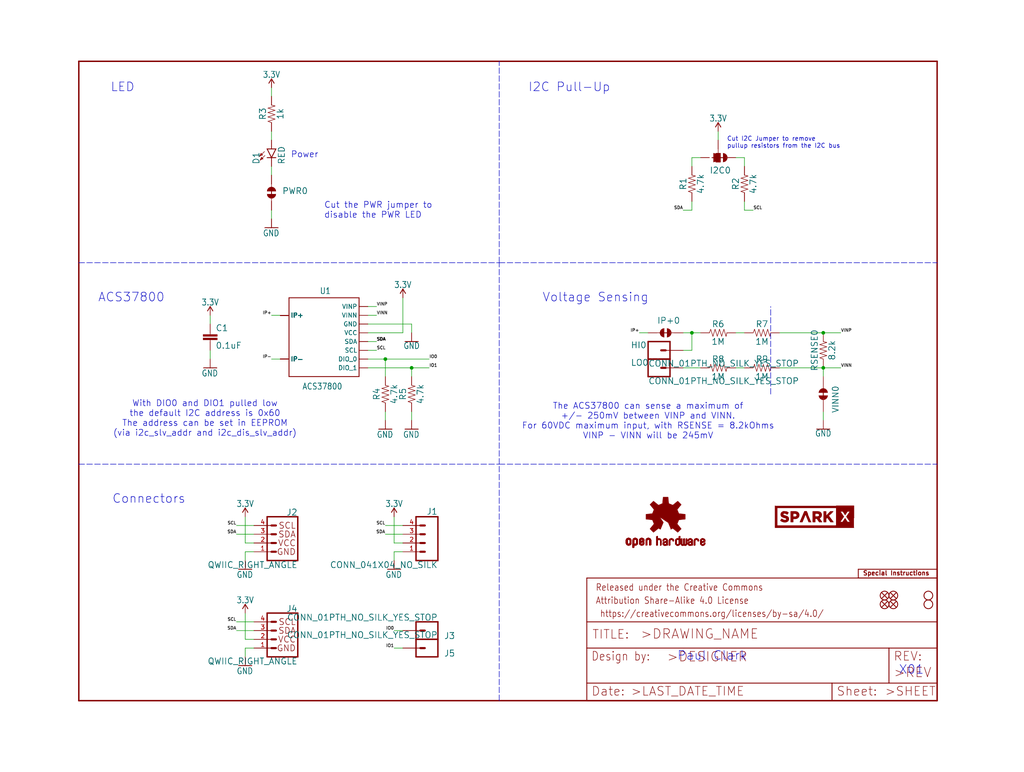
<source format=kicad_sch>
(kicad_sch (version 20211123) (generator eeschema)
  (paper "User" 297.002 223.926)
  (lib_symbols
    (symbol "eagleSchem-eagle-import:0.1UF-0603-25V-(+80{slash}-20%)"
      (property "Reference" "C" (at 1.524 2.921 0))
      (property "Value" "0.1UF-0603-25V-(+80{slash}-20%)" (at 1.524 -2.159 0))
      (symbol "0.1UF-0603-25V-(+80{slash}-20%)_1_0"
        (pin passive line (at 0 5.08 270) (length 2.54) (name "1") (number "1"))
        (pin passive line (at 0 -2.54 90) (length 2.54) (name "2") (number "2"))
      )
    )
    (symbol "eagleSchem-eagle-import:1KOHM-0603-1{slash}10W-1%"
      (property "Reference" "R" (at 0 1.524 0))
      (property "Value" "1KOHM-0603-1{slash}10W-1%" (at 0 -1.524 0))
      (symbol "1KOHM-0603-1{slash}10W-1%_1_0"
        (pin passive line (at -5.08 0 0) (length 2.54) (name "1") (number "1"))
        (pin passive line (at 5.08 0 180) (length 2.54) (name "2") (number "2"))
      )
    )
    (symbol "eagleSchem-eagle-import:1MOHM-0603-1{slash}4W-5%"
      (property "Reference" "R" (at 0 1.524 0))
      (property "Value" "1MOHM-0603-1{slash}4W-5%" (at 0 -1.524 0))
      (symbol "1MOHM-0603-1{slash}4W-5%_1_0"
        (pin passive line (at -5.08 0 0) (length 2.54) (name "1") (number "1"))
        (pin passive line (at 5.08 0 180) (length 2.54) (name "2") (number "2"))
      )
    )
    (symbol "eagleSchem-eagle-import:3.3V" (power)
      (property "Value" "3.3V" (at 0 2.794 0))
      (symbol "3.3V_1_0"
        (pin power_in line (at 0 0 90) (length 2.54) (name "3.3V") (number "1"))
      )
    )
    (symbol "eagleSchem-eagle-import:4.7KOHM-0603-1{slash}10W-1%"
      (property "Reference" "R" (at 0 1.524 0))
      (property "Value" "4.7KOHM-0603-1{slash}10W-1%" (at 0 -1.524 0))
      (symbol "4.7KOHM-0603-1{slash}10W-1%_1_0"
        (pin passive line (at -5.08 0 0) (length 2.54) (name "1") (number "1"))
        (pin passive line (at 5.08 0 180) (length 2.54) (name "2") (number "2"))
      )
    )
    (symbol "eagleSchem-eagle-import:8.2KOHM-0603-1{slash}10W-5%"
      (property "Reference" "R" (at 0 1.524 0))
      (property "Value" "8.2KOHM-0603-1{slash}10W-5%" (at 0 -1.524 0))
      (symbol "8.2KOHM-0603-1{slash}10W-5%_1_0"
        (pin passive line (at -5.08 0 0) (length 2.54) (name "1") (number "1"))
        (pin passive line (at 5.08 0 180) (length 2.54) (name "2") (number "2"))
      )
    )
    (symbol "eagleSchem-eagle-import:ACS37800"
      (property "Value" "ACS37800" (at -5.08 -16.51 0))
      (symbol "ACS37800_1_0"
        (pin bidirectional line (at -12.7 5.08 0) (length 2.54) (name "IP+") (number "1"))
        (pin bidirectional line (at 12.7 -7.62 180) (length 2.54) (name "DIO_0") (number "10"))
        (pin bidirectional line (at 12.7 -5.08 180) (length 2.54) (name "SCL") (number "11"))
        (pin bidirectional line (at 12.7 -2.54 180) (length 2.54) (name "SDA") (number "12"))
        (pin power_in line (at 12.7 0 180) (length 2.54) (name "VCC") (number "13"))
        (pin power_in line (at 12.7 2.54 180) (length 2.54) (name "GND") (number "14"))
        (pin power_in line (at 12.7 5.08 180) (length 2.54) (name "VINN") (number "15"))
        (pin power_in line (at 12.7 7.62 180) (length 2.54) (name "VINP") (number "16"))
        (pin bidirectional line (at -12.7 5.08 0) (length 2.54) (name "IP+") (number "2"))
        (pin bidirectional line (at -12.7 5.08 0) (length 2.54) (name "IP+") (number "3"))
        (pin bidirectional line (at -12.7 5.08 0) (length 2.54) (name "IP+") (number "4"))
        (pin bidirectional line (at -12.7 -7.62 0) (length 2.54) (name "IP-") (number "5"))
        (pin bidirectional line (at -12.7 -7.62 0) (length 2.54) (name "IP-") (number "6"))
        (pin bidirectional line (at -12.7 -7.62 0) (length 2.54) (name "IP-") (number "7"))
        (pin bidirectional line (at -12.7 -7.62 0) (length 2.54) (name "IP-") (number "8"))
        (pin bidirectional line (at 12.7 -10.16 180) (length 2.54) (name "DIO_1") (number "9"))
        (pin bidirectional line (at -12.7 5.08 0) (length 2.54) (name "IP+") (number "CIN1"))
        (pin bidirectional line (at -12.7 5.08 0) (length 2.54) (name "IP+") (number "CIN10"))
        (pin bidirectional line (at -12.7 5.08 0) (length 2.54) (name "IP+") (number "CIN11"))
        (pin bidirectional line (at -12.7 5.08 0) (length 2.54) (name "IP+") (number "CIN12"))
        (pin bidirectional line (at -12.7 5.08 0) (length 2.54) (name "IP+") (number "CIN13"))
        (pin bidirectional line (at -12.7 5.08 0) (length 2.54) (name "IP+") (number "CIN14"))
        (pin bidirectional line (at -12.7 5.08 0) (length 2.54) (name "IP+") (number "CIN15"))
        (pin bidirectional line (at -12.7 5.08 0) (length 2.54) (name "IP+") (number "CIN16"))
        (pin bidirectional line (at -12.7 5.08 0) (length 2.54) (name "IP+") (number "CIN17"))
        (pin bidirectional line (at -12.7 5.08 0) (length 2.54) (name "IP+") (number "CIN18"))
        (pin bidirectional line (at -12.7 5.08 0) (length 2.54) (name "IP+") (number "CIN19"))
        (pin bidirectional line (at -12.7 5.08 0) (length 2.54) (name "IP+") (number "CIN2"))
        (pin bidirectional line (at -12.7 5.08 0) (length 2.54) (name "IP+") (number "CIN20"))
        (pin bidirectional line (at -12.7 5.08 0) (length 2.54) (name "IP+") (number "CIN21"))
        (pin bidirectional line (at -12.7 5.08 0) (length 2.54) (name "IP+") (number "CIN22"))
        (pin bidirectional line (at -12.7 5.08 0) (length 2.54) (name "IP+") (number "CIN23"))
        (pin bidirectional line (at -12.7 5.08 0) (length 2.54) (name "IP+") (number "CIN24"))
        (pin bidirectional line (at -12.7 5.08 0) (length 2.54) (name "IP+") (number "CIN25"))
        (pin bidirectional line (at -12.7 5.08 0) (length 2.54) (name "IP+") (number "CIN26"))
        (pin bidirectional line (at -12.7 5.08 0) (length 2.54) (name "IP+") (number "CIN27"))
        (pin bidirectional line (at -12.7 5.08 0) (length 2.54) (name "IP+") (number "CIN28"))
        (pin bidirectional line (at -12.7 5.08 0) (length 2.54) (name "IP+") (number "CIN29"))
        (pin bidirectional line (at -12.7 5.08 0) (length 2.54) (name "IP+") (number "CIN3"))
        (pin bidirectional line (at -12.7 5.08 0) (length 2.54) (name "IP+") (number "CIN30"))
        (pin bidirectional line (at -12.7 5.08 0) (length 2.54) (name "IP+") (number "CIN31"))
        (pin bidirectional line (at -12.7 5.08 0) (length 2.54) (name "IP+") (number "CIN32"))
        (pin bidirectional line (at -12.7 5.08 0) (length 2.54) (name "IP+") (number "CIN33"))
        (pin bidirectional line (at -12.7 5.08 0) (length 2.54) (name "IP+") (number "CIN34"))
        (pin bidirectional line (at -12.7 5.08 0) (length 2.54) (name "IP+") (number "CIN35"))
        (pin bidirectional line (at -12.7 5.08 0) (length 2.54) (name "IP+") (number "CIN36"))
        (pin bidirectional line (at -12.7 5.08 0) (length 2.54) (name "IP+") (number "CIN4"))
        (pin bidirectional line (at -12.7 5.08 0) (length 2.54) (name "IP+") (number "CIN5"))
        (pin bidirectional line (at -12.7 5.08 0) (length 2.54) (name "IP+") (number "CIN6"))
        (pin bidirectional line (at -12.7 5.08 0) (length 2.54) (name "IP+") (number "CIN7"))
        (pin bidirectional line (at -12.7 5.08 0) (length 2.54) (name "IP+") (number "CIN8"))
        (pin bidirectional line (at -12.7 5.08 0) (length 2.54) (name "IP+") (number "CIN9"))
        (pin bidirectional line (at -12.7 -7.62 0) (length 2.54) (name "IP-") (number "COUT1"))
        (pin bidirectional line (at -12.7 -7.62 0) (length 2.54) (name "IP-") (number "COUT10"))
        (pin bidirectional line (at -12.7 -7.62 0) (length 2.54) (name "IP-") (number "COUT11"))
        (pin bidirectional line (at -12.7 -7.62 0) (length 2.54) (name "IP-") (number "COUT12"))
        (pin bidirectional line (at -12.7 -7.62 0) (length 2.54) (name "IP-") (number "COUT13"))
        (pin bidirectional line (at -12.7 -7.62 0) (length 2.54) (name "IP-") (number "COUT14"))
        (pin bidirectional line (at -12.7 -7.62 0) (length 2.54) (name "IP-") (number "COUT15"))
        (pin bidirectional line (at -12.7 -7.62 0) (length 2.54) (name "IP-") (number "COUT16"))
        (pin bidirectional line (at -12.7 -7.62 0) (length 2.54) (name "IP-") (number "COUT17"))
        (pin bidirectional line (at -12.7 -7.62 0) (length 2.54) (name "IP-") (number "COUT18"))
        (pin bidirectional line (at -12.7 -7.62 0) (length 2.54) (name "IP-") (number "COUT19"))
        (pin bidirectional line (at -12.7 -7.62 0) (length 2.54) (name "IP-") (number "COUT2"))
        (pin bidirectional line (at -12.7 -7.62 0) (length 2.54) (name "IP-") (number "COUT20"))
        (pin bidirectional line (at -12.7 -7.62 0) (length 2.54) (name "IP-") (number "COUT21"))
        (pin bidirectional line (at -12.7 -7.62 0) (length 2.54) (name "IP-") (number "COUT22"))
        (pin bidirectional line (at -12.7 -7.62 0) (length 2.54) (name "IP-") (number "COUT23"))
        (pin bidirectional line (at -12.7 -7.62 0) (length 2.54) (name "IP-") (number "COUT24"))
        (pin bidirectional line (at -12.7 -7.62 0) (length 2.54) (name "IP-") (number "COUT25"))
        (pin bidirectional line (at -12.7 -7.62 0) (length 2.54) (name "IP-") (number "COUT26"))
        (pin bidirectional line (at -12.7 -7.62 0) (length 2.54) (name "IP-") (number "COUT27"))
        (pin bidirectional line (at -12.7 -7.62 0) (length 2.54) (name "IP-") (number "COUT28"))
        (pin bidirectional line (at -12.7 -7.62 0) (length 2.54) (name "IP-") (number "COUT29"))
        (pin bidirectional line (at -12.7 -7.62 0) (length 2.54) (name "IP-") (number "COUT3"))
        (pin bidirectional line (at -12.7 -7.62 0) (length 2.54) (name "IP-") (number "COUT30"))
        (pin bidirectional line (at -12.7 -7.62 0) (length 2.54) (name "IP-") (number "COUT31"))
        (pin bidirectional line (at -12.7 -7.62 0) (length 2.54) (name "IP-") (number "COUT32"))
        (pin bidirectional line (at -12.7 -7.62 0) (length 2.54) (name "IP-") (number "COUT33"))
        (pin bidirectional line (at -12.7 -7.62 0) (length 2.54) (name "IP-") (number "COUT34"))
        (pin bidirectional line (at -12.7 -7.62 0) (length 2.54) (name "IP-") (number "COUT35"))
        (pin bidirectional line (at -12.7 -7.62 0) (length 2.54) (name "IP-") (number "COUT36"))
        (pin bidirectional line (at -12.7 -7.62 0) (length 2.54) (name "IP-") (number "COUT4"))
        (pin bidirectional line (at -12.7 -7.62 0) (length 2.54) (name "IP-") (number "COUT5"))
        (pin bidirectional line (at -12.7 -7.62 0) (length 2.54) (name "IP-") (number "COUT6"))
        (pin bidirectional line (at -12.7 -7.62 0) (length 2.54) (name "IP-") (number "COUT7"))
        (pin bidirectional line (at -12.7 -7.62 0) (length 2.54) (name "IP-") (number "COUT8"))
        (pin bidirectional line (at -12.7 -7.62 0) (length 2.54) (name "IP-") (number "COUT9"))
        (pin bidirectional line (at -12.7 5.08 0) (length 2.54) (name "IP+") (number "C_IN"))
        (pin bidirectional line (at -12.7 5.08 0) (length 2.54) (name "IP+") (number "C_IN_BREAKOUT"))
        (pin bidirectional line (at -12.7 -7.62 0) (length 2.54) (name "IP-") (number "C_OUT"))
        (pin bidirectional line (at -12.7 -7.62 0) (length 2.54) (name "IP-") (number "C_OUT_BREAKOUT"))
      )
    )
    (symbol "eagleSchem-eagle-import:CONN_01PTH_NO_SILK_YES_STOP"
      (property "Reference" "J" (at -2.54 3.048 0))
      (property "Value" "CONN_01PTH_NO_SILK_YES_STOP" (at -2.54 -4.826 0))
      (symbol "CONN_01PTH_NO_SILK_YES_STOP_1_0"
        (pin passive line (at 7.62 0 180) (length 5.08) (name "1") (number "1"))
      )
    )
    (symbol "eagleSchem-eagle-import:CONN_041X04_NO_SILK"
      (property "Reference" "J" (at -5.08 8.128 0))
      (property "Value" "CONN_041X04_NO_SILK" (at -5.08 -7.366 0))
      (symbol "CONN_041X04_NO_SILK_1_0"
        (pin passive line (at 5.08 -2.54 180) (length 5.08) (name "1") (number "1"))
        (pin passive line (at 5.08 0 180) (length 5.08) (name "2") (number "2"))
        (pin passive line (at 5.08 2.54 180) (length 5.08) (name "3") (number "3"))
        (pin passive line (at 5.08 5.08 180) (length 5.08) (name "4") (number "4"))
      )
    )
    (symbol "eagleSchem-eagle-import:FIDUCIALUFIDUCIAL")
    (symbol "eagleSchem-eagle-import:FRAME-LETTER"
      (symbol "FRAME-LETTER_2_0"
        (text " https://creativecommons.org/licenses/by-sa/4.0/" (at 2.54 24.13 0) (effects (font (size 1.9304 1.6408)) (justify left bottom)))
        (text ">DESIGNER" (at 23.114 11.176 0) (effects (font (size 2.7432 2.7432)) (justify left bottom)))
        (text ">DRAWING_NAME" (at 15.494 17.78 0) (effects (font (size 2.7432 2.7432)) (justify left bottom)))
        (text ">LAST_DATE_TIME" (at 12.7 1.27 0) (effects (font (size 2.54 2.54)) (justify left bottom)))
        (text ">REV" (at 88.9 6.604 0) (effects (font (size 2.7432 2.7432)) (justify left bottom)))
        (text ">SHEET" (at 86.36 1.27 0) (effects (font (size 2.54 2.54)) (justify left bottom)))
        (text "Attribution Share-Alike 4.0 License" (at 2.54 27.94 0) (effects (font (size 1.9304 1.6408)) (justify left bottom)))
        (text "Date:" (at 1.27 1.27 0) (effects (font (size 2.54 2.54)) (justify left bottom)))
        (text "Design by:" (at 1.27 11.43 0) (effects (font (size 2.54 2.159)) (justify left bottom)))
        (text "Released under the Creative Commons" (at 2.54 31.75 0) (effects (font (size 1.9304 1.6408)) (justify left bottom)))
        (text "REV:" (at 88.9 11.43 0) (effects (font (size 2.54 2.54)) (justify left bottom)))
        (text "Sheet:" (at 72.39 1.27 0) (effects (font (size 2.54 2.54)) (justify left bottom)))
        (text "TITLE:" (at 1.524 17.78 0) (effects (font (size 2.54 2.54)) (justify left bottom)))
      )
    )
    (symbol "eagleSchem-eagle-import:GND" (power)
      (property "Value" "GND" (at 0 -0.254 0))
      (symbol "GND_1_0"
        (pin power_in line (at 0 2.54 270) (length 2.54) (name "GND") (number "1"))
      )
    )
    (symbol "eagleSchem-eagle-import:JUMPER-SMT_2_NC_TRACE_SILK"
      (property "Reference" "JP" (at -2.54 2.54 0))
      (property "Value" "JUMPER-SMT_2_NC_TRACE_SILK" (at -2.54 -2.54 0))
      (symbol "JUMPER-SMT_2_NC_TRACE_SILK_1_0"
        (pin passive line (at -5.08 0 0) (length 2.54) (name "1") (number "1"))
        (pin passive line (at 5.08 0 180) (length 2.54) (name "2") (number "2"))
      )
    )
    (symbol "eagleSchem-eagle-import:JUMPER-SMT_3_2-NC_TRACE_SILK"
      (property "Reference" "JP" (at 2.54 0.381 0))
      (property "Value" "JUMPER-SMT_3_2-NC_TRACE_SILK" (at 2.54 -0.381 0))
      (symbol "JUMPER-SMT_3_2-NC_TRACE_SILK_1_0"
        (pin passive line (at 0 5.08 270) (length 2.54) (name "1") (number "1"))
        (pin passive line (at -5.08 0 0) (length 2.54) (name "2") (number "2"))
        (pin passive line (at 0 -5.08 90) (length 2.54) (name "3") (number "3"))
      )
    )
    (symbol "eagleSchem-eagle-import:LED-RED0603"
      (property "Reference" "D" (at -3.429 -4.572 90))
      (property "Value" "LED-RED0603" (at 1.905 -4.572 90))
      (symbol "LED-RED0603_1_0"
        (pin passive line (at 0 2.54 270) (length 2.54) (name "A") (number "A"))
        (pin passive line (at 0 -5.08 90) (length 2.54) (name "C") (number "C"))
      )
    )
    (symbol "eagleSchem-eagle-import:OSHW-LOGOS")
    (symbol "eagleSchem-eagle-import:QWIIC_CONNECTORJS-1MM"
      (property "Reference" "J" (at -5.08 7.874 0))
      (property "Value" "QWIIC_CONNECTORJS-1MM" (at -5.08 -5.334 0))
      (symbol "QWIIC_CONNECTORJS-1MM_1_0"
        (text "GND" (at -4.572 -2.54 0) (effects (font (size 1.778 1.778)) (justify left)))
        (text "SCL" (at -4.572 5.08 0) (effects (font (size 1.778 1.778)) (justify left)))
        (text "SDA" (at -4.572 2.54 0) (effects (font (size 1.778 1.778)) (justify left)))
        (text "VCC" (at -4.572 0 0) (effects (font (size 1.778 1.778)) (justify left)))
        (pin power_in line (at 7.62 -2.54 180) (length 5.08) (name "1") (number "1"))
        (pin power_in line (at 7.62 0 180) (length 5.08) (name "2") (number "2"))
        (pin passive line (at 7.62 2.54 180) (length 5.08) (name "3") (number "3"))
        (pin passive line (at 7.62 5.08 180) (length 5.08) (name "4") (number "4"))
      )
    )
    (symbol "eagleSchem-eagle-import:SPARKX-LOGO3")
    (symbol "eagleSchem-eagle-import:SPECIAL_INSTRUCTIONS-ORDERING"
      (symbol "SPECIAL_INSTRUCTIONS-ORDERING_1_0"
        (text "Special Instructions" (at 1.27 0.6985 0) (effects (font (size 1.27 1.27) (thickness 0.254) bold) (justify left bottom)))
      )
    )
    (symbol "eagleSchem-eagle-import:STAND-OFF")
  )
  (junction (at 238.76 96.52))
  (junction (at 200.66 96.52))
  (junction (at 119.38 106.68))
  (junction (at 238.76 106.68))
  (junction (at 111.76 104.14))
  (wire (pts (xy 60.96 93.98) (xy 60.96 91.44)))
  (wire (pts (xy 226.06 106.68) (xy 238.76 106.68)))
  (wire (pts (xy 106.68 96.52) (xy 116.84 96.52)))
  (wire (pts (xy 73.66 152.4) (xy 68.58 152.4)))
  (wire (pts (xy 200.66 96.52) (xy 203.2 96.52)))
  (wire (pts (xy 238.76 106.68) (xy 243.84 106.68)))
  (wire (pts (xy 73.66 154.94) (xy 68.58 154.94)))
  (wire (pts (xy 71.12 187.96) (xy 71.12 190.5)))
  (wire (pts (xy 226.06 96.52) (xy 238.76 96.52)))
  (polyline (pts (xy 223.52 114.3) (xy 223.52 88.9)))
  (wire (pts (xy 238.76 109.22) (xy 238.76 106.68)))
  (wire (pts (xy 198.12 101.6) (xy 200.66 101.6)))
  (wire (pts (xy 73.66 187.96) (xy 71.12 187.96)))
  (wire (pts (xy 114.3 157.48) (xy 114.3 149.86)))
  (wire (pts (xy 111.76 109.22) (xy 111.76 104.14)))
  (polyline (pts (xy 144.78 203.2) (xy 144.78 134.62)))
  (wire (pts (xy 200.66 60.96) (xy 198.12 60.96)))
  (wire (pts (xy 71.12 185.42) (xy 71.12 177.8)))
  (wire (pts (xy 215.9 45.72) (xy 215.9 48.26)))
  (wire (pts (xy 81.28 91.44) (xy 78.74 91.44)))
  (wire (pts (xy 215.9 60.96) (xy 218.44 60.96)))
  (wire (pts (xy 78.74 60.96) (xy 78.74 63.5)))
  (wire (pts (xy 116.84 96.52) (xy 116.84 86.36)))
  (wire (pts (xy 111.76 104.14) (xy 124.46 104.14)))
  (wire (pts (xy 116.84 182.88) (xy 114.3 182.88)))
  (wire (pts (xy 116.84 154.94) (xy 111.76 154.94)))
  (wire (pts (xy 111.76 121.92) (xy 111.76 119.38)))
  (wire (pts (xy 106.68 106.68) (xy 119.38 106.68)))
  (wire (pts (xy 198.12 96.52) (xy 200.66 96.52)))
  (wire (pts (xy 106.68 88.9) (xy 109.22 88.9)))
  (wire (pts (xy 116.84 187.96) (xy 114.3 187.96)))
  (wire (pts (xy 213.36 106.68) (xy 215.9 106.68)))
  (wire (pts (xy 106.68 93.98) (xy 119.38 93.98)))
  (polyline (pts (xy 144.78 76.2) (xy 144.78 17.78)))
  (wire (pts (xy 208.28 38.1) (xy 208.28 40.64)))
  (wire (pts (xy 106.68 91.44) (xy 109.22 91.44)))
  (polyline (pts (xy 22.86 76.2) (xy 144.78 76.2)))
  (wire (pts (xy 119.38 93.98) (xy 119.38 96.52)))
  (polyline (pts (xy 144.78 134.62) (xy 144.78 76.2)))
  (wire (pts (xy 78.74 48.26) (xy 78.74 50.8)))
  (wire (pts (xy 238.76 96.52) (xy 243.84 96.52)))
  (polyline (pts (xy 22.86 134.62) (xy 144.78 134.62)))
  (wire (pts (xy 60.96 101.6) (xy 60.96 104.14)))
  (wire (pts (xy 73.66 182.88) (xy 68.58 182.88)))
  (wire (pts (xy 106.68 101.6) (xy 109.22 101.6)))
  (wire (pts (xy 73.66 157.48) (xy 71.12 157.48)))
  (wire (pts (xy 238.76 119.38) (xy 238.76 121.92)))
  (polyline (pts (xy 144.78 76.2) (xy 271.78 76.2)))
  (wire (pts (xy 119.38 109.22) (xy 119.38 106.68)))
  (wire (pts (xy 116.84 157.48) (xy 114.3 157.48)))
  (wire (pts (xy 200.66 48.26) (xy 200.66 45.72)))
  (wire (pts (xy 71.12 157.48) (xy 71.12 149.86)))
  (polyline (pts (xy 144.78 134.62) (xy 271.78 134.62)))
  (wire (pts (xy 119.38 106.68) (xy 124.46 106.68)))
  (wire (pts (xy 78.74 25.4) (xy 78.74 27.94)))
  (wire (pts (xy 73.66 160.02) (xy 71.12 160.02)))
  (wire (pts (xy 116.84 152.4) (xy 111.76 152.4)))
  (wire (pts (xy 213.36 96.52) (xy 215.9 96.52)))
  (wire (pts (xy 106.68 99.06) (xy 109.22 99.06)))
  (wire (pts (xy 73.66 180.34) (xy 68.58 180.34)))
  (wire (pts (xy 71.12 160.02) (xy 71.12 162.56)))
  (wire (pts (xy 200.66 45.72) (xy 203.2 45.72)))
  (wire (pts (xy 73.66 185.42) (xy 71.12 185.42)))
  (wire (pts (xy 198.12 106.68) (xy 203.2 106.68)))
  (wire (pts (xy 106.68 104.14) (xy 111.76 104.14)))
  (wire (pts (xy 116.84 160.02) (xy 114.3 160.02)))
  (wire (pts (xy 200.66 101.6) (xy 200.66 96.52)))
  (wire (pts (xy 81.28 104.14) (xy 78.74 104.14)))
  (wire (pts (xy 213.36 45.72) (xy 215.9 45.72)))
  (wire (pts (xy 215.9 58.42) (xy 215.9 60.96)))
  (wire (pts (xy 200.66 60.96) (xy 200.66 58.42)))
  (wire (pts (xy 187.96 96.52) (xy 185.42 96.52)))
  (wire (pts (xy 114.3 160.02) (xy 114.3 162.56)))
  (wire (pts (xy 78.74 40.64) (xy 78.74 38.1)))
  (wire (pts (xy 119.38 121.92) (xy 119.38 119.38)))
  (text "With DIO0 and DIO1 pulled low\nthe default I2C address is 0x60\nThe address can be set in EEPROM\n(via i2c_slv_addr and i2c_dis_slv_addr)" (at 59.436 116.078 180) (effects (font (size 1.778 1.778)) (justify top)))
  (text "Paul Clark" (at 196.342 191.77 180) (effects (font (size 2.54 2.54)) (justify left bottom)))
  (text "Voltage Sensing" (at 172.72 86.36 180) (effects (font (size 2.54 2.54))))
  (text "I2C Pull-Up" (at 165.1 25.4 180) (effects (font (size 2.54 2.54))))
  (text "Cut the PWR jumper to\ndisable the PWR LED" (at 93.98 63.5 180) (effects (font (size 1.778 1.778)) (justify left bottom)))
  (text "ACS37800" (at 38.1 86.36 180) (effects (font (size 2.54 2.54))))
  (text "LED" (at 35.56 25.4 180) (effects (font (size 2.54 2.54))))
  (text "X01" (at 260.604 195.834 180) (effects (font (size 2.54 2.54)) (justify left bottom)))
  (text "Power" (at 84.328 45.974 180) (effects (font (size 1.778 1.778)) (justify left bottom)))
  (text "The ACS37800 can sense a maximum of\n+/- 250mV between VINP and VINN.\nFor 60VDC maximum input, with RSENSE = 8.2kOhms\nVINP - VINN will be 245mV" (at 187.96 116.84 180) (effects (font (size 1.778 1.778)) (justify top)))
  (text "Cut I2C Jumper to remove\npullup resistors from the I2C bus" (at 210.82 43.18 180) (effects (font (size 1.27 1.27)) (justify left bottom)))
  (text "Connectors" (at 43.18 144.78 180) (effects (font (size 2.54 2.54))))
  (label "VINN" (at 109.22 91.44 0) (effects (font (size 0.889 0.889))))
  (label "IP-" (at 78.74 104.14 180) (effects (font (size 0.889 0.889))))
  (label "SDA" (at 109.22 99.06 0) (effects (font (size 0.889 0.889))))
  (label "IO1" (at 114.3 187.96 180) (effects (font (size 0.889 0.889))))
  (label "SDA" (at 109.22 99.06 0) (effects (font (size 0.889 0.889))))
  (label "VINN" (at 243.84 106.68 0) (effects (font (size 0.889 0.889))))
  (label "VINP" (at 109.22 88.9 0) (effects (font (size 0.889 0.889))))
  (label "SDA" (at 198.12 60.96 180) (effects (font (size 0.889 0.889))))
  (label "SDA" (at 111.76 154.94 180) (effects (font (size 0.889 0.889))))
  (label "SDA" (at 68.58 182.88 180) (effects (font (size 0.889 0.889))))
  (label "SDA" (at 109.22 99.06 0) (effects (font (size 0.889 0.889))))
  (label "SCL" (at 218.44 60.96 0) (effects (font (size 0.889 0.889))))
  (label "SDA" (at 109.22 99.06 0) (effects (font (size 0.889 0.889))))
  (label "IP+" (at 185.42 96.52 180) (effects (font (size 0.889 0.889))))
  (label "SCL" (at 111.76 152.4 180) (effects (font (size 0.889 0.889))))
  (label "IO1" (at 124.46 106.68 0) (effects (font (size 0.889 0.889))))
  (label "IO0" (at 124.46 104.14 0) (effects (font (size 0.889 0.889))))
  (label "IP+" (at 78.74 91.44 180) (effects (font (size 0.889 0.889))))
  (label "SCL" (at 109.22 101.6 0) (effects (font (size 0.889 0.889))))
  (label "SCL" (at 68.58 152.4 180) (effects (font (size 0.889 0.889))))
  (label "IO0" (at 114.3 182.88 180) (effects (font (size 0.889 0.889))))
  (label "SDA" (at 109.22 99.06 0) (effects (font (size 0.889 0.889))))
  (label "SCL" (at 68.58 180.34 180) (effects (font (size 0.889 0.889))))
  (label "SDA" (at 68.58 154.94 180) (effects (font (size 0.889 0.889))))
  (label "VINP" (at 243.84 96.52 0) (effects (font (size 0.889 0.889))))
  (symbol (lib_id "eagleSchem-eagle-import:3.3V") (at 71.12 149.86 0) (unit 1)
    (property "Reference" "#SUPPLY4" (effects hide))
    (property "Value" "3.3V" (at 71.12 147.066 0) (effects (font (size 1.778 1.5113)) (justify bottom)))
    (property "Footprint" "eagleSchem:" (effects hide))
  )
  (symbol (lib_id "eagleSchem-eagle-import:JUMPER-SMT_3_2-NC_TRACE_SILK") (at 208.28 45.72 270) (unit 1)
    (property "Reference" "I2C0" (at 205.74 50.419 90) (effects (font (size 1.778 1.778)) (justify left bottom)))
    (property "Value" "JUMPER-SMT_3_2-NC_TRACE_SILK" (effects hide))
    (property "Footprint" "eagleSchem:SMT-JUMPER_3_2-NC_TRACE_SILK" (effects hide))
  )
  (symbol (lib_id "eagleSchem-eagle-import:QWIIC_CONNECTORJS-1MM") (at 81.28 157.48 0) (mirror y) (unit 1)
    (property "Reference" "J2" (at 86.36 149.606 0) (effects (font (size 1.778 1.778)) (justify left bottom)))
    (property "Value" "QWIIC_RIGHT_ANGLE" (at 86.36 162.814 0) (effects (font (size 1.778 1.778)) (justify left top)))
    (property "Footprint" "eagleSchem:JST04_1MM_RA" (effects hide))
  )
  (symbol (lib_id "eagleSchem-eagle-import:QWIIC_CONNECTORJS-1MM") (at 81.28 185.42 0) (mirror y) (unit 1)
    (property "Reference" "J4" (at 86.36 177.546 0) (effects (font (size 1.778 1.778)) (justify left bottom)))
    (property "Value" "QWIIC_RIGHT_ANGLE" (at 86.36 190.754 0) (effects (font (size 1.778 1.778)) (justify left top)))
    (property "Footprint" "eagleSchem:JST04_1MM_RA" (effects hide))
  )
  (symbol (lib_id "eagleSchem-eagle-import:4.7KOHM-0603-1{slash}10W-1%") (at 111.76 114.3 90) (unit 1)
    (property "Reference" "R4" (at 110.236 114.3 0) (effects (font (size 1.778 1.778)) (justify bottom)))
    (property "Value" "4.7k" (at 113.284 114.3 0) (effects (font (size 1.778 1.778)) (justify top)))
    (property "Footprint" "eagleSchem:0603" (effects hide))
  )
  (symbol (lib_id "eagleSchem-eagle-import:STAND-OFF") (at 269.24 175.26 0) (unit 1)
    (property "Reference" "JP4" (effects hide))
    (property "Value" "STAND-OFF" (effects hide))
    (property "Footprint" "eagleSchem:STAND-OFF" (effects hide))
  )
  (symbol (lib_id "eagleSchem-eagle-import:GND") (at 238.76 124.46 0) (unit 1)
    (property "Reference" "#GND4" (effects hide))
    (property "Value" "GND" (at 238.76 124.714 0) (effects (font (size 1.778 1.5113)) (justify top)))
    (property "Footprint" "eagleSchem:" (effects hide))
  )
  (symbol (lib_id "eagleSchem-eagle-import:FRAME-LETTER") (at 170.18 203.2 0) (unit 2)
    (property "Reference" "FRAME1" (effects hide))
    (property "Value" "FRAME-LETTER" (effects hide))
    (property "Footprint" "eagleSchem:CREATIVE_COMMONS" (effects hide))
  )
  (symbol (lib_id "eagleSchem-eagle-import:FIDUCIALUFIDUCIAL") (at 256.54 172.72 0) (unit 1)
    (property "Reference" "JP2" (effects hide))
    (property "Value" "FIDUCIALUFIDUCIAL" (effects hide))
    (property "Footprint" "eagleSchem:MICRO-FIDUCIAL" (effects hide))
  )
  (symbol (lib_id "eagleSchem-eagle-import:FIDUCIALUFIDUCIAL") (at 259.08 175.26 0) (unit 1)
    (property "Reference" "JP1" (effects hide))
    (property "Value" "FIDUCIALUFIDUCIAL" (effects hide))
    (property "Footprint" "eagleSchem:MICRO-FIDUCIAL" (effects hide))
  )
  (symbol (lib_id "eagleSchem-eagle-import:3.3V") (at 60.96 91.44 0) (unit 1)
    (property "Reference" "#SUPPLY3" (effects hide))
    (property "Value" "3.3V" (at 60.96 88.646 0) (effects (font (size 1.778 1.5113)) (justify bottom)))
    (property "Footprint" "eagleSchem:" (effects hide))
  )
  (symbol (lib_id "eagleSchem-eagle-import:LED-RED0603") (at 78.74 43.18 0) (unit 1)
    (property "Reference" "D1" (at 75.311 47.752 90) (effects (font (size 1.778 1.778)) (justify left bottom)))
    (property "Value" "RED" (at 80.645 47.752 90) (effects (font (size 1.778 1.778)) (justify left top)))
    (property "Footprint" "eagleSchem:LED-0603" (effects hide))
  )
  (symbol (lib_id "eagleSchem-eagle-import:SPECIAL_INSTRUCTIONS-ORDERING") (at 248.92 167.64 0) (unit 1)
    (property "Reference" "LOGO1" (effects hide))
    (property "Value" "SPECIAL_INSTRUCTIONS-ORDERING" (effects hide))
    (property "Footprint" "eagleSchem:ORDERING_INSTRUCTIONS" (effects hide))
  )
  (symbol (lib_id "eagleSchem-eagle-import:1MOHM-0603-1{slash}4W-5%") (at 208.28 96.52 0) (unit 1)
    (property "Reference" "R6" (at 208.28 94.996 0) (effects (font (size 1.778 1.778)) (justify bottom)))
    (property "Value" "1M" (at 208.28 98.044 0) (effects (font (size 1.778 1.778)) (justify top)))
    (property "Footprint" "eagleSchem:0603" (effects hide))
  )
  (symbol (lib_id "eagleSchem-eagle-import:CONN_01PTH_NO_SILK_YES_STOP") (at 190.5 101.6 0) (unit 1)
    (property "Reference" "HI0" (at 182.88 101.092 0) (effects (font (size 1.778 1.778)) (justify left bottom)))
    (property "Value" "CONN_01PTH_NO_SILK_YES_STOP" (at 187.96 106.426 0) (effects (font (size 1.778 1.778)) (justify left bottom)))
    (property "Footprint" "eagleSchem:1X01_NO_SILK" (effects hide))
  )
  (symbol (lib_id "eagleSchem-eagle-import:OSHW-LOGOS") (at 193.04 149.86 0) (unit 1)
    (property "Reference" "LOGO5" (effects hide))
    (property "Value" "OSHW-LOGOS" (effects hide))
    (property "Footprint" "eagleSchem:OSHW-LOGO-S" (effects hide))
  )
  (symbol (lib_id "eagleSchem-eagle-import:1MOHM-0603-1{slash}4W-5%") (at 208.28 106.68 0) (unit 1)
    (property "Reference" "R8" (at 208.28 105.156 0) (effects (font (size 1.778 1.778)) (justify bottom)))
    (property "Value" "1M" (at 208.28 108.204 0) (effects (font (size 1.778 1.778)) (justify top)))
    (property "Footprint" "eagleSchem:0603" (effects hide))
  )
  (symbol (lib_id "eagleSchem-eagle-import:CONN_01PTH_NO_SILK_YES_STOP") (at 124.46 182.88 180) (unit 1)
    (property "Reference" "J3" (at 132.08 183.388 0) (effects (font (size 1.778 1.778)) (justify left bottom)))
    (property "Value" "CONN_01PTH_NO_SILK_YES_STOP" (at 127 178.054 0) (effects (font (size 1.778 1.778)) (justify left bottom)))
    (property "Footprint" "eagleSchem:1X01_NO_SILK" (effects hide))
  )
  (symbol (lib_id "eagleSchem-eagle-import:ACS37800") (at 93.98 96.52 0) (unit 1)
    (property "Reference" "U1" (at 92.71 85.344 0) (effects (font (size 1.778 1.5113)) (justify left bottom)))
    (property "Value" "ACS37800" (at 87.63 113.03 0) (effects (font (size 1.778 1.5113)) (justify left bottom)))
    (property "Footprint" "eagleSchem:ACS37800_THROUGH_HOLE" (effects hide))
  )
  (symbol (lib_id "eagleSchem-eagle-import:CONN_01PTH_NO_SILK_YES_STOP") (at 190.5 106.68 0) (unit 1)
    (property "Reference" "LO0" (at 182.88 106.172 0) (effects (font (size 1.778 1.778)) (justify left bottom)))
    (property "Value" "CONN_01PTH_NO_SILK_YES_STOP" (at 187.96 111.506 0) (effects (font (size 1.778 1.778)) (justify left bottom)))
    (property "Footprint" "eagleSchem:1X01_NO_SILK" (effects hide))
  )
  (symbol (lib_id "eagleSchem-eagle-import:FIDUCIALUFIDUCIAL") (at 259.08 172.72 0) (unit 1)
    (property "Reference" "JP6" (effects hide))
    (property "Value" "FIDUCIALUFIDUCIAL" (effects hide))
    (property "Footprint" "eagleSchem:MICRO-FIDUCIAL" (effects hide))
  )
  (symbol (lib_id "eagleSchem-eagle-import:GND") (at 119.38 124.46 0) (unit 1)
    (property "Reference" "#GND9" (effects hide))
    (property "Value" "GND" (at 116.84 127 0) (effects (font (size 1.778 1.5113)) (justify left bottom)))
    (property "Footprint" "eagleSchem:" (effects hide))
  )
  (symbol (lib_id "eagleSchem-eagle-import:GND") (at 114.3 165.1 0) (unit 1)
    (property "Reference" "#GND7" (effects hide))
    (property "Value" "GND" (at 111.76 167.64 0) (effects (font (size 1.778 1.5113)) (justify left bottom)))
    (property "Footprint" "eagleSchem:" (effects hide))
  )
  (symbol (lib_id "eagleSchem-eagle-import:3.3V") (at 116.84 86.36 0) (unit 1)
    (property "Reference" "#SUPPLY1" (effects hide))
    (property "Value" "3.3V" (at 116.84 83.566 0) (effects (font (size 1.778 1.5113)) (justify bottom)))
    (property "Footprint" "eagleSchem:" (effects hide))
  )
  (symbol (lib_id "eagleSchem-eagle-import:GND") (at 71.12 193.04 0) (unit 1)
    (property "Reference" "#GND8" (effects hide))
    (property "Value" "GND" (at 68.58 195.58 0) (effects (font (size 1.778 1.5113)) (justify left bottom)))
    (property "Footprint" "eagleSchem:" (effects hide))
  )
  (symbol (lib_id "eagleSchem-eagle-import:3.3V") (at 208.28 38.1 0) (unit 1)
    (property "Reference" "#SUPPLY9" (effects hide))
    (property "Value" "3.3V" (at 208.28 35.306 0) (effects (font (size 1.778 1.5113)) (justify bottom)))
    (property "Footprint" "eagleSchem:" (effects hide))
  )
  (symbol (lib_id "eagleSchem-eagle-import:FRAME-LETTER") (at 22.86 203.2 0) (unit 1)
    (property "Reference" "FRAME1" (effects hide))
    (property "Value" "FRAME-LETTER" (effects hide))
    (property "Footprint" "eagleSchem:CREATIVE_COMMONS" (effects hide))
  )
  (symbol (lib_id "eagleSchem-eagle-import:GND") (at 60.96 106.68 0) (unit 1)
    (property "Reference" "#GND2" (effects hide))
    (property "Value" "GND" (at 58.42 109.22 0) (effects (font (size 1.778 1.5113)) (justify left bottom)))
    (property "Footprint" "eagleSchem:" (effects hide))
  )
  (symbol (lib_id "eagleSchem-eagle-import:1MOHM-0603-1{slash}4W-5%") (at 220.98 96.52 0) (unit 1)
    (property "Reference" "R7" (at 220.98 94.996 0) (effects (font (size 1.778 1.778)) (justify bottom)))
    (property "Value" "1M" (at 220.98 98.044 0) (effects (font (size 1.778 1.778)) (justify top)))
    (property "Footprint" "eagleSchem:0603" (effects hide))
  )
  (symbol (lib_id "eagleSchem-eagle-import:GND") (at 111.76 124.46 0) (unit 1)
    (property "Reference" "#GND5" (effects hide))
    (property "Value" "GND" (at 109.22 127 0) (effects (font (size 1.778 1.5113)) (justify left bottom)))
    (property "Footprint" "eagleSchem:" (effects hide))
  )
  (symbol (lib_id "eagleSchem-eagle-import:FIDUCIALUFIDUCIAL") (at 256.54 175.26 0) (unit 1)
    (property "Reference" "JP5" (effects hide))
    (property "Value" "FIDUCIALUFIDUCIAL" (effects hide))
    (property "Footprint" "eagleSchem:MICRO-FIDUCIAL" (effects hide))
  )
  (symbol (lib_id "eagleSchem-eagle-import:8.2KOHM-0603-1{slash}10W-5%") (at 238.76 101.6 90) (unit 1)
    (property "Reference" "RSENSE0" (at 237.236 101.6 0) (effects (font (size 1.778 1.778)) (justify bottom)))
    (property "Value" "8.2k" (at 240.284 101.6 0) (effects (font (size 1.778 1.778)) (justify top)))
    (property "Footprint" "eagleSchem:0603" (effects hide))
  )
  (symbol (lib_id "eagleSchem-eagle-import:JUMPER-SMT_2_NC_TRACE_SILK") (at 238.76 114.3 270) (unit 1)
    (property "Reference" "VINN0" (at 241.3 111.76 0) (effects (font (size 1.778 1.778)) (justify left bottom)))
    (property "Value" "JUMPER-SMT_2_NC_TRACE_SILK" (effects hide))
    (property "Footprint" "eagleSchem:SMT-JUMPER_2_NC_TRACE_SILK" (effects hide))
  )
  (symbol (lib_id "eagleSchem-eagle-import:CONN_01PTH_NO_SILK_YES_STOP") (at 124.46 187.96 180) (unit 1)
    (property "Reference" "J5" (at 132.08 188.468 0) (effects (font (size 1.778 1.778)) (justify left bottom)))
    (property "Value" "CONN_01PTH_NO_SILK_YES_STOP" (at 127 183.134 0) (effects (font (size 1.778 1.778)) (justify left bottom)))
    (property "Footprint" "eagleSchem:1X01_NO_SILK" (effects hide))
  )
  (symbol (lib_id "eagleSchem-eagle-import:JUMPER-SMT_2_NC_TRACE_SILK") (at 78.74 55.88 90) (unit 1)
    (property "Reference" "PWR0" (at 81.788 56.388 90) (effects (font (size 1.778 1.778)) (justify right top)))
    (property "Value" "JUMPER-SMT_2_NC_TRACE_SILK" (effects hide))
    (property "Footprint" "eagleSchem:SMT-JUMPER_2_NC_TRACE_SILK" (effects hide))
  )
  (symbol (lib_id "eagleSchem-eagle-import:4.7KOHM-0603-1{slash}10W-1%") (at 119.38 114.3 90) (unit 1)
    (property "Reference" "R5" (at 117.856 114.3 0) (effects (font (size 1.778 1.778)) (justify bottom)))
    (property "Value" "4.7k" (at 120.904 114.3 0) (effects (font (size 1.778 1.778)) (justify top)))
    (property "Footprint" "eagleSchem:0603" (effects hide))
  )
  (symbol (lib_id "eagleSchem-eagle-import:3.3V") (at 71.12 177.8 0) (unit 1)
    (property "Reference" "#SUPPLY8" (effects hide))
    (property "Value" "3.3V" (at 71.12 175.006 0) (effects (font (size 1.778 1.5113)) (justify bottom)))
    (property "Footprint" "eagleSchem:" (effects hide))
  )
  (symbol (lib_id "eagleSchem-eagle-import:1MOHM-0603-1{slash}4W-5%") (at 220.98 106.68 0) (unit 1)
    (property "Reference" "R9" (at 220.98 105.156 0) (effects (font (size 1.778 1.778)) (justify bottom)))
    (property "Value" "1M" (at 220.98 108.204 0) (effects (font (size 1.778 1.778)) (justify top)))
    (property "Footprint" "eagleSchem:0603" (effects hide))
  )
  (symbol (lib_id "eagleSchem-eagle-import:GND") (at 119.38 99.06 0) (unit 1)
    (property "Reference" "#GND1" (effects hide))
    (property "Value" "GND" (at 119.38 99.314 0) (effects (font (size 1.778 1.5113)) (justify top)))
    (property "Footprint" "eagleSchem:" (effects hide))
  )
  (symbol (lib_id "eagleSchem-eagle-import:JUMPER-SMT_2_NC_TRACE_SILK") (at 193.04 96.52 0) (unit 1)
    (property "Reference" "IP+0" (at 190.5 93.98 0) (effects (font (size 1.778 1.778)) (justify left bottom)))
    (property "Value" "JUMPER-SMT_2_NC_TRACE_SILK" (effects hide))
    (property "Footprint" "eagleSchem:SMT-JUMPER_2_NC_TRACE_SILK" (effects hide))
  )
  (symbol (lib_id "eagleSchem-eagle-import:GND") (at 71.12 165.1 0) (unit 1)
    (property "Reference" "#GND6" (effects hide))
    (property "Value" "GND" (at 68.58 167.64 0) (effects (font (size 1.778 1.5113)) (justify left bottom)))
    (property "Footprint" "eagleSchem:" (effects hide))
  )
  (symbol (lib_id "eagleSchem-eagle-import:4.7KOHM-0603-1{slash}10W-1%") (at 215.9 53.34 90) (unit 1)
    (property "Reference" "R2" (at 214.376 53.34 0) (effects (font (size 1.778 1.778)) (justify bottom)))
    (property "Value" "4.7k" (at 217.424 53.34 0) (effects (font (size 1.778 1.778)) (justify top)))
    (property "Footprint" "eagleSchem:0603" (effects hide))
  )
  (symbol (lib_id "eagleSchem-eagle-import:SPARKX-LOGO3") (at 236.22 149.86 0) (unit 1)
    (property "Reference" "U$18" (effects hide))
    (property "Value" "SPARKX-LOGO3" (effects hide))
    (property "Footprint" "eagleSchem:SPARKX-SMALL" (effects hide))
  )
  (symbol (lib_id "eagleSchem-eagle-import:3.3V") (at 114.3 149.86 0) (unit 1)
    (property "Reference" "#SUPPLY7" (effects hide))
    (property "Value" "3.3V" (at 114.3 147.066 0) (effects (font (size 1.778 1.5113)) (justify bottom)))
    (property "Footprint" "eagleSchem:" (effects hide))
  )
  (symbol (lib_id "eagleSchem-eagle-import:0.1UF-0603-25V-(+80{slash}-20%)") (at 60.96 99.06 0) (unit 1)
    (property "Reference" "C1" (at 62.484 96.139 0) (effects (font (size 1.778 1.778)) (justify left bottom)))
    (property "Value" "0.1uF" (at 62.484 101.219 0) (effects (font (size 1.778 1.778)) (justify left bottom)))
    (property "Footprint" "eagleSchem:0603" (effects hide))
  )
  (symbol (lib_id "eagleSchem-eagle-import:4.7KOHM-0603-1{slash}10W-1%") (at 200.66 53.34 90) (unit 1)
    (property "Reference" "R1" (at 199.136 53.34 0) (effects (font (size 1.778 1.778)) (justify bottom)))
    (property "Value" "4.7k" (at 202.184 53.34 0) (effects (font (size 1.778 1.778)) (justify top)))
    (property "Footprint" "eagleSchem:0603" (effects hide))
  )
  (symbol (lib_id "eagleSchem-eagle-import:STAND-OFF") (at 269.24 172.72 0) (unit 1)
    (property "Reference" "JP3" (effects hide))
    (property "Value" "STAND-OFF" (effects hide))
    (property "Footprint" "eagleSchem:STAND-OFF" (effects hide))
  )
  (symbol (lib_id "eagleSchem-eagle-import:3.3V") (at 78.74 25.4 0) (unit 1)
    (property "Reference" "#SUPPLY10" (effects hide))
    (property "Value" "3.3V" (at 78.74 22.606 0) (effects (font (size 1.778 1.5113)) (justify bottom)))
    (property "Footprint" "eagleSchem:" (effects hide))
  )
  (symbol (lib_id "eagleSchem-eagle-import:GND") (at 78.74 66.04 0) (unit 1)
    (property "Reference" "#GND3" (effects hide))
    (property "Value" "GND" (at 76.2 68.58 0) (effects (font (size 1.778 1.5113)) (justify left bottom)))
    (property "Footprint" "eagleSchem:" (effects hide))
  )
  (symbol (lib_id "eagleSchem-eagle-import:1KOHM-0603-1{slash}10W-1%") (at 78.74 33.02 90) (unit 1)
    (property "Reference" "R3" (at 77.216 33.02 0) (effects (font (size 1.778 1.778)) (justify bottom)))
    (property "Value" "1k" (at 80.264 33.02 0) (effects (font (size 1.778 1.778)) (justify top)))
    (property "Footprint" "eagleSchem:0603" (effects hide))
  )
  (symbol (lib_id "eagleSchem-eagle-import:CONN_041X04_NO_SILK") (at 121.92 157.48 0) (mirror y) (unit 1)
    (property "Reference" "J1" (at 127 149.352 0) (effects (font (size 1.778 1.778)) (justify left bottom)))
    (property "Value" "CONN_041X04_NO_SILK" (at 127 164.846 0) (effects (font (size 1.778 1.778)) (justify left bottom)))
    (property "Footprint" "eagleSchem:1X04_NO_SILK" (effects hide))
  )
)
</source>
